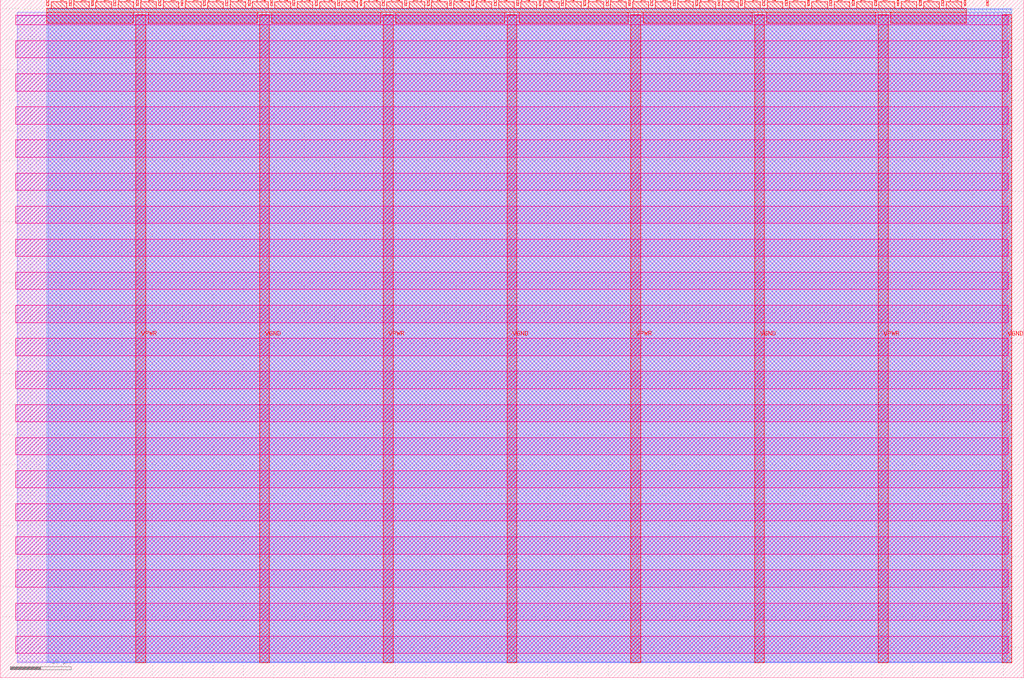
<source format=lef>
VERSION 5.7 ;
  NOWIREEXTENSIONATPIN ON ;
  DIVIDERCHAR "/" ;
  BUSBITCHARS "[]" ;
MACRO tt_um_wokwi_375217288209912833
  CLASS BLOCK ;
  FOREIGN tt_um_wokwi_375217288209912833 ;
  ORIGIN 0.000 0.000 ;
  SIZE 168.360 BY 111.520 ;
  PIN VGND
    DIRECTION INOUT ;
    USE GROUND ;
    PORT
      LAYER met4 ;
        RECT 42.670 2.480 44.270 109.040 ;
    END
    PORT
      LAYER met4 ;
        RECT 83.380 2.480 84.980 109.040 ;
    END
    PORT
      LAYER met4 ;
        RECT 124.090 2.480 125.690 109.040 ;
    END
    PORT
      LAYER met4 ;
        RECT 164.800 2.480 166.400 109.040 ;
    END
  END VGND
  PIN VPWR
    DIRECTION INOUT ;
    USE POWER ;
    PORT
      LAYER met4 ;
        RECT 22.315 2.480 23.915 109.040 ;
    END
    PORT
      LAYER met4 ;
        RECT 63.025 2.480 64.625 109.040 ;
    END
    PORT
      LAYER met4 ;
        RECT 103.735 2.480 105.335 109.040 ;
    END
    PORT
      LAYER met4 ;
        RECT 144.445 2.480 146.045 109.040 ;
    END
  END VPWR
  PIN clk
    DIRECTION INPUT ;
    USE SIGNAL ;
    ANTENNAGATEAREA 0.159000 ;
    PORT
      LAYER met4 ;
        RECT 158.550 110.520 158.850 111.520 ;
    END
  END clk
  PIN ena
    DIRECTION INPUT ;
    USE SIGNAL ;
    PORT
      LAYER met4 ;
        RECT 162.230 110.520 162.530 111.520 ;
    END
  END ena
  PIN rst_n
    DIRECTION INPUT ;
    USE SIGNAL ;
    PORT
      LAYER met4 ;
        RECT 154.870 110.520 155.170 111.520 ;
    END
  END rst_n
  PIN ui_in[0]
    DIRECTION INPUT ;
    USE SIGNAL ;
    ANTENNAGATEAREA 0.213000 ;
    PORT
      LAYER met4 ;
        RECT 151.190 110.520 151.490 111.520 ;
    END
  END ui_in[0]
  PIN ui_in[1]
    DIRECTION INPUT ;
    USE SIGNAL ;
    ANTENNAGATEAREA 0.196500 ;
    PORT
      LAYER met4 ;
        RECT 147.510 110.520 147.810 111.520 ;
    END
  END ui_in[1]
  PIN ui_in[2]
    DIRECTION INPUT ;
    USE SIGNAL ;
    ANTENNAGATEAREA 0.196500 ;
    PORT
      LAYER met4 ;
        RECT 143.830 110.520 144.130 111.520 ;
    END
  END ui_in[2]
  PIN ui_in[3]
    DIRECTION INPUT ;
    USE SIGNAL ;
    ANTENNAGATEAREA 0.196500 ;
    PORT
      LAYER met4 ;
        RECT 140.150 110.520 140.450 111.520 ;
    END
  END ui_in[3]
  PIN ui_in[4]
    DIRECTION INPUT ;
    USE SIGNAL ;
    ANTENNAGATEAREA 0.196500 ;
    PORT
      LAYER met4 ;
        RECT 136.470 110.520 136.770 111.520 ;
    END
  END ui_in[4]
  PIN ui_in[5]
    DIRECTION INPUT ;
    USE SIGNAL ;
    ANTENNAGATEAREA 0.196500 ;
    PORT
      LAYER met4 ;
        RECT 132.790 110.520 133.090 111.520 ;
    END
  END ui_in[5]
  PIN ui_in[6]
    DIRECTION INPUT ;
    USE SIGNAL ;
    ANTENNAGATEAREA 0.196500 ;
    PORT
      LAYER met4 ;
        RECT 129.110 110.520 129.410 111.520 ;
    END
  END ui_in[6]
  PIN ui_in[7]
    DIRECTION INPUT ;
    USE SIGNAL ;
    ANTENNAGATEAREA 0.196500 ;
    PORT
      LAYER met4 ;
        RECT 125.430 110.520 125.730 111.520 ;
    END
  END ui_in[7]
  PIN uio_in[0]
    DIRECTION INPUT ;
    USE SIGNAL ;
    PORT
      LAYER met4 ;
        RECT 121.750 110.520 122.050 111.520 ;
    END
  END uio_in[0]
  PIN uio_in[1]
    DIRECTION INPUT ;
    USE SIGNAL ;
    PORT
      LAYER met4 ;
        RECT 118.070 110.520 118.370 111.520 ;
    END
  END uio_in[1]
  PIN uio_in[2]
    DIRECTION INPUT ;
    USE SIGNAL ;
    PORT
      LAYER met4 ;
        RECT 114.390 110.520 114.690 111.520 ;
    END
  END uio_in[2]
  PIN uio_in[3]
    DIRECTION INPUT ;
    USE SIGNAL ;
    PORT
      LAYER met4 ;
        RECT 110.710 110.520 111.010 111.520 ;
    END
  END uio_in[3]
  PIN uio_in[4]
    DIRECTION INPUT ;
    USE SIGNAL ;
    PORT
      LAYER met4 ;
        RECT 107.030 110.520 107.330 111.520 ;
    END
  END uio_in[4]
  PIN uio_in[5]
    DIRECTION INPUT ;
    USE SIGNAL ;
    PORT
      LAYER met4 ;
        RECT 103.350 110.520 103.650 111.520 ;
    END
  END uio_in[5]
  PIN uio_in[6]
    DIRECTION INPUT ;
    USE SIGNAL ;
    PORT
      LAYER met4 ;
        RECT 99.670 110.520 99.970 111.520 ;
    END
  END uio_in[6]
  PIN uio_in[7]
    DIRECTION INPUT ;
    USE SIGNAL ;
    PORT
      LAYER met4 ;
        RECT 95.990 110.520 96.290 111.520 ;
    END
  END uio_in[7]
  PIN uio_oe[0]
    DIRECTION OUTPUT TRISTATE ;
    USE SIGNAL ;
    PORT
      LAYER met4 ;
        RECT 33.430 110.520 33.730 111.520 ;
    END
  END uio_oe[0]
  PIN uio_oe[1]
    DIRECTION OUTPUT TRISTATE ;
    USE SIGNAL ;
    PORT
      LAYER met4 ;
        RECT 29.750 110.520 30.050 111.520 ;
    END
  END uio_oe[1]
  PIN uio_oe[2]
    DIRECTION OUTPUT TRISTATE ;
    USE SIGNAL ;
    PORT
      LAYER met4 ;
        RECT 26.070 110.520 26.370 111.520 ;
    END
  END uio_oe[2]
  PIN uio_oe[3]
    DIRECTION OUTPUT TRISTATE ;
    USE SIGNAL ;
    PORT
      LAYER met4 ;
        RECT 22.390 110.520 22.690 111.520 ;
    END
  END uio_oe[3]
  PIN uio_oe[4]
    DIRECTION OUTPUT TRISTATE ;
    USE SIGNAL ;
    PORT
      LAYER met4 ;
        RECT 18.710 110.520 19.010 111.520 ;
    END
  END uio_oe[4]
  PIN uio_oe[5]
    DIRECTION OUTPUT TRISTATE ;
    USE SIGNAL ;
    PORT
      LAYER met4 ;
        RECT 15.030 110.520 15.330 111.520 ;
    END
  END uio_oe[5]
  PIN uio_oe[6]
    DIRECTION OUTPUT TRISTATE ;
    USE SIGNAL ;
    PORT
      LAYER met4 ;
        RECT 11.350 110.520 11.650 111.520 ;
    END
  END uio_oe[6]
  PIN uio_oe[7]
    DIRECTION OUTPUT TRISTATE ;
    USE SIGNAL ;
    PORT
      LAYER met4 ;
        RECT 7.670 110.520 7.970 111.520 ;
    END
  END uio_oe[7]
  PIN uio_out[0]
    DIRECTION OUTPUT TRISTATE ;
    USE SIGNAL ;
    PORT
      LAYER met4 ;
        RECT 62.870 110.520 63.170 111.520 ;
    END
  END uio_out[0]
  PIN uio_out[1]
    DIRECTION OUTPUT TRISTATE ;
    USE SIGNAL ;
    PORT
      LAYER met4 ;
        RECT 59.190 110.520 59.490 111.520 ;
    END
  END uio_out[1]
  PIN uio_out[2]
    DIRECTION OUTPUT TRISTATE ;
    USE SIGNAL ;
    PORT
      LAYER met4 ;
        RECT 55.510 110.520 55.810 111.520 ;
    END
  END uio_out[2]
  PIN uio_out[3]
    DIRECTION OUTPUT TRISTATE ;
    USE SIGNAL ;
    PORT
      LAYER met4 ;
        RECT 51.830 110.520 52.130 111.520 ;
    END
  END uio_out[3]
  PIN uio_out[4]
    DIRECTION OUTPUT TRISTATE ;
    USE SIGNAL ;
    PORT
      LAYER met4 ;
        RECT 48.150 110.520 48.450 111.520 ;
    END
  END uio_out[4]
  PIN uio_out[5]
    DIRECTION OUTPUT TRISTATE ;
    USE SIGNAL ;
    PORT
      LAYER met4 ;
        RECT 44.470 110.520 44.770 111.520 ;
    END
  END uio_out[5]
  PIN uio_out[6]
    DIRECTION OUTPUT TRISTATE ;
    USE SIGNAL ;
    PORT
      LAYER met4 ;
        RECT 40.790 110.520 41.090 111.520 ;
    END
  END uio_out[6]
  PIN uio_out[7]
    DIRECTION OUTPUT TRISTATE ;
    USE SIGNAL ;
    PORT
      LAYER met4 ;
        RECT 37.110 110.520 37.410 111.520 ;
    END
  END uio_out[7]
  PIN uo_out[0]
    DIRECTION OUTPUT TRISTATE ;
    USE SIGNAL ;
    ANTENNADIFFAREA 0.445500 ;
    PORT
      LAYER met4 ;
        RECT 92.310 110.520 92.610 111.520 ;
    END
  END uo_out[0]
  PIN uo_out[1]
    DIRECTION OUTPUT TRISTATE ;
    USE SIGNAL ;
    ANTENNADIFFAREA 0.795200 ;
    PORT
      LAYER met4 ;
        RECT 88.630 110.520 88.930 111.520 ;
    END
  END uo_out[1]
  PIN uo_out[2]
    DIRECTION OUTPUT TRISTATE ;
    USE SIGNAL ;
    ANTENNADIFFAREA 0.445500 ;
    PORT
      LAYER met4 ;
        RECT 84.950 110.520 85.250 111.520 ;
    END
  END uo_out[2]
  PIN uo_out[3]
    DIRECTION OUTPUT TRISTATE ;
    USE SIGNAL ;
    ANTENNADIFFAREA 0.445500 ;
    PORT
      LAYER met4 ;
        RECT 81.270 110.520 81.570 111.520 ;
    END
  END uo_out[3]
  PIN uo_out[4]
    DIRECTION OUTPUT TRISTATE ;
    USE SIGNAL ;
    PORT
      LAYER met4 ;
        RECT 77.590 110.520 77.890 111.520 ;
    END
  END uo_out[4]
  PIN uo_out[5]
    DIRECTION OUTPUT TRISTATE ;
    USE SIGNAL ;
    PORT
      LAYER met4 ;
        RECT 73.910 110.520 74.210 111.520 ;
    END
  END uo_out[5]
  PIN uo_out[6]
    DIRECTION OUTPUT TRISTATE ;
    USE SIGNAL ;
    ANTENNADIFFAREA 0.445500 ;
    PORT
      LAYER met4 ;
        RECT 70.230 110.520 70.530 111.520 ;
    END
  END uo_out[6]
  PIN uo_out[7]
    DIRECTION OUTPUT TRISTATE ;
    USE SIGNAL ;
    ANTENNADIFFAREA 0.795200 ;
    PORT
      LAYER met4 ;
        RECT 66.550 110.520 66.850 111.520 ;
    END
  END uo_out[7]
  OBS
      LAYER nwell ;
        RECT 2.570 107.385 165.790 108.990 ;
        RECT 2.570 101.945 165.790 104.775 ;
        RECT 2.570 96.505 165.790 99.335 ;
        RECT 2.570 91.065 165.790 93.895 ;
        RECT 2.570 85.625 165.790 88.455 ;
        RECT 2.570 80.185 165.790 83.015 ;
        RECT 2.570 74.745 165.790 77.575 ;
        RECT 2.570 69.305 165.790 72.135 ;
        RECT 2.570 63.865 165.790 66.695 ;
        RECT 2.570 58.425 165.790 61.255 ;
        RECT 2.570 52.985 165.790 55.815 ;
        RECT 2.570 47.545 165.790 50.375 ;
        RECT 2.570 42.105 165.790 44.935 ;
        RECT 2.570 36.665 165.790 39.495 ;
        RECT 2.570 31.225 165.790 34.055 ;
        RECT 2.570 25.785 165.790 28.615 ;
        RECT 2.570 20.345 165.790 23.175 ;
        RECT 2.570 14.905 165.790 17.735 ;
        RECT 2.570 9.465 165.790 12.295 ;
        RECT 2.570 4.025 165.790 6.855 ;
      LAYER li1 ;
        RECT 2.760 2.635 165.600 108.885 ;
      LAYER met1 ;
        RECT 2.760 2.480 166.400 109.440 ;
      LAYER met2 ;
        RECT 7.910 2.535 166.370 110.005 ;
      LAYER met3 ;
        RECT 7.630 2.555 166.390 109.985 ;
      LAYER met4 ;
        RECT 8.370 110.120 10.950 111.170 ;
        RECT 12.050 110.120 14.630 111.170 ;
        RECT 15.730 110.120 18.310 111.170 ;
        RECT 19.410 110.120 21.990 111.170 ;
        RECT 23.090 110.120 25.670 111.170 ;
        RECT 26.770 110.120 29.350 111.170 ;
        RECT 30.450 110.120 33.030 111.170 ;
        RECT 34.130 110.120 36.710 111.170 ;
        RECT 37.810 110.120 40.390 111.170 ;
        RECT 41.490 110.120 44.070 111.170 ;
        RECT 45.170 110.120 47.750 111.170 ;
        RECT 48.850 110.120 51.430 111.170 ;
        RECT 52.530 110.120 55.110 111.170 ;
        RECT 56.210 110.120 58.790 111.170 ;
        RECT 59.890 110.120 62.470 111.170 ;
        RECT 63.570 110.120 66.150 111.170 ;
        RECT 67.250 110.120 69.830 111.170 ;
        RECT 70.930 110.120 73.510 111.170 ;
        RECT 74.610 110.120 77.190 111.170 ;
        RECT 78.290 110.120 80.870 111.170 ;
        RECT 81.970 110.120 84.550 111.170 ;
        RECT 85.650 110.120 88.230 111.170 ;
        RECT 89.330 110.120 91.910 111.170 ;
        RECT 93.010 110.120 95.590 111.170 ;
        RECT 96.690 110.120 99.270 111.170 ;
        RECT 100.370 110.120 102.950 111.170 ;
        RECT 104.050 110.120 106.630 111.170 ;
        RECT 107.730 110.120 110.310 111.170 ;
        RECT 111.410 110.120 113.990 111.170 ;
        RECT 115.090 110.120 117.670 111.170 ;
        RECT 118.770 110.120 121.350 111.170 ;
        RECT 122.450 110.120 125.030 111.170 ;
        RECT 126.130 110.120 128.710 111.170 ;
        RECT 129.810 110.120 132.390 111.170 ;
        RECT 133.490 110.120 136.070 111.170 ;
        RECT 137.170 110.120 139.750 111.170 ;
        RECT 140.850 110.120 143.430 111.170 ;
        RECT 144.530 110.120 147.110 111.170 ;
        RECT 148.210 110.120 150.790 111.170 ;
        RECT 151.890 110.120 154.470 111.170 ;
        RECT 155.570 110.120 158.150 111.170 ;
        RECT 7.655 109.440 158.865 110.120 ;
        RECT 7.655 107.615 21.915 109.440 ;
        RECT 24.315 107.615 42.270 109.440 ;
        RECT 44.670 107.615 62.625 109.440 ;
        RECT 65.025 107.615 82.980 109.440 ;
        RECT 85.380 107.615 103.335 109.440 ;
        RECT 105.735 107.615 123.690 109.440 ;
        RECT 126.090 107.615 144.045 109.440 ;
        RECT 146.445 107.615 158.865 109.440 ;
  END
END tt_um_wokwi_375217288209912833
END LIBRARY


</source>
